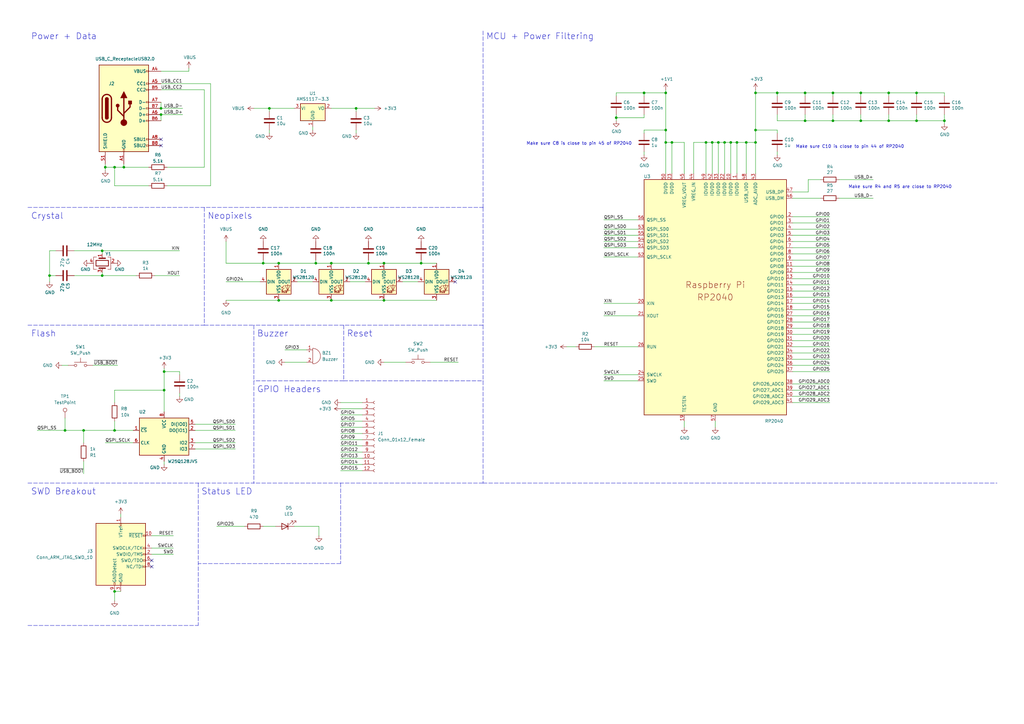
<source format=kicad_sch>
(kicad_sch (version 20211123) (generator eeschema)
  (paper "A3")
  (title_block (title "PCB Business Card") (date "2022-04-05") (rev "v4") (company "TJ Horner") (comment 1 "https://datasheets.raspberrypi.com/rp2040/hardware-design-with-rp2040.pdf") (comment 2 "Largely based off \"Hardware Design with RP2040\"") (comment 3 "License: CC-BY-SA 4.0"))
  (junction (at 299.72 58.42))
  (junction (at 157.48 107.95))
  (junction (at 46.99 176.53))
  (junction (at 66.04 46.99))
  (junction (at 353.06 38.1))
  (junction (at 157.48 123.19))
  (junction (at 364.49 49.53))
  (junction (at 114.3 107.95))
  (junction (at 110.49 44.45))
  (junction (at 273.05 53.34))
  (junction (at 387.35 49.53))
  (junction (at 135.89 123.19))
  (junction (at 375.92 38.1))
  (junction (at 275.59 58.42))
  (junction (at 67.31 152.4))
  (junction (at 289.56 58.42))
  (junction (at 46.99 68.58))
  (junction (at 107.95 107.95))
  (junction (at 50.8 68.58))
  (junction (at 330.2 38.1))
  (junction (at 66.04 44.45))
  (junction (at 375.92 49.53))
  (junction (at 353.06 49.53))
  (junction (at 273.05 38.1))
  (junction (at 297.18 58.42))
  (junction (at 318.77 38.1))
  (junction (at 135.89 107.95))
  (junction (at 294.64 58.42))
  (junction (at 151.13 107.95))
  (junction (at 309.88 58.42))
  (junction (at 46.99 242.57))
  (junction (at 364.49 38.1))
  (junction (at 114.3 123.19))
  (junction (at 34.29 176.53))
  (junction (at 146.05 44.45))
  (junction (at 309.88 53.34))
  (junction (at 252.73 48.26))
  (junction (at 330.2 49.53))
  (junction (at 306.07 58.42))
  (junction (at 67.31 160.02))
  (junction (at 41.91 102.87))
  (junction (at 292.1 58.42))
  (junction (at 26.67 176.53))
  (junction (at 264.16 38.1))
  (junction (at 20.32 113.03))
  (junction (at 43.18 68.58))
  (junction (at 302.26 58.42))
  (junction (at 309.88 38.1))
  (junction (at 341.63 49.53))
  (junction (at 273.05 58.42))
  (junction (at 129.54 107.95))
  (junction (at 172.72 107.95))
  (junction (at 341.63 38.1))
  (junction (at 41.91 113.03))
  (no_connect (at 62.23 229.87))
  (no_connect (at 62.23 232.41))
  (no_connect (at 186.69 115.57))
  (no_connect (at 66.04 57.15))
  (no_connect (at 66.04 59.69))
  (wire (pts (xy 273.05 36.83) (xy 273.05 38.1)))
  (wire (pts (xy 41.91 111.76) (xy 41.91 113.03)))
  (wire (pts (xy 66.04 29.21) (xy 77.47 29.21)))
  (wire (pts (xy 25.4 149.86) (xy 27.94 149.86)))
  (wire (pts (xy 49.53 210.82) (xy 49.53 212.09)))
  (wire (pts (xy 387.35 49.53) (xy 387.35 50.8)))
  (wire (pts (xy 67.31 189.23) (xy 67.31 190.5)))
  (wire (pts (xy 139.7 193.04) (xy 148.59 193.04)))
  (wire (pts (xy 264.16 38.1) (xy 273.05 38.1)))
  (wire (pts (xy 66.04 34.29) (xy 86.36 34.29)))
  (wire (pts (xy 273.05 58.42) (xy 273.05 71.12)))
  (polyline (pts (xy 104.14 133.35) (xy 104.14 198.12)))
  (wire (pts (xy 284.48 58.42) (xy 289.56 58.42)))
  (wire (pts (xy 46.99 172.72) (xy 46.99 176.53)))
  (wire (pts (xy 77.47 27.94) (xy 77.47 29.21)))
  (wire (pts (xy 289.56 58.42) (xy 292.1 58.42)))
  (wire (pts (xy 46.99 242.57) (xy 49.53 242.57)))
  (wire (pts (xy 26.67 176.53) (xy 34.29 176.53)))
  (wire (pts (xy 325.12 129.54) (xy 340.36 129.54)))
  (wire (pts (xy 325.12 78.74) (xy 331.47 78.74)))
  (wire (pts (xy 353.06 49.53) (xy 341.63 49.53)))
  (wire (pts (xy 62.23 219.71) (xy 71.12 219.71)))
  (wire (pts (xy 157.48 148.59) (xy 166.37 148.59)))
  (wire (pts (xy 43.18 67.31) (xy 43.18 68.58)))
  (wire (pts (xy 66.04 46.99) (xy 74.93 46.99)))
  (wire (pts (xy 302.26 58.42) (xy 306.07 58.42)))
  (wire (pts (xy 34.29 176.53) (xy 46.99 176.53)))
  (wire (pts (xy 325.12 134.62) (xy 340.36 134.62)))
  (wire (pts (xy 73.66 152.4) (xy 67.31 152.4)))
  (wire (pts (xy 139.7 182.88) (xy 148.59 182.88)))
  (polyline (pts (xy 140.97 133.35) (xy 140.97 156.21)))
  (wire (pts (xy 247.65 99.06) (xy 261.62 99.06)))
  (wire (pts (xy 20.32 102.87) (xy 20.32 113.03)))
  (wire (pts (xy 325.12 127) (xy 340.36 127)))
  (polyline (pts (xy 83.82 133.35) (xy 104.14 133.35)))
  (wire (pts (xy 325.12 147.32) (xy 340.36 147.32)))
  (wire (pts (xy 247.65 101.6) (xy 261.62 101.6)))
  (wire (pts (xy 325.12 101.6) (xy 340.36 101.6)))
  (wire (pts (xy 62.23 224.79) (xy 71.12 224.79)))
  (wire (pts (xy 92.71 115.57) (xy 106.68 115.57)))
  (wire (pts (xy 261.62 129.54) (xy 247.65 129.54)))
  (polyline (pts (xy 198.12 156.21) (xy 198.12 156.21)))
  (wire (pts (xy 294.64 58.42) (xy 297.18 58.42)))
  (wire (pts (xy 128.27 52.07) (xy 128.27 53.34)))
  (polyline (pts (xy 198.12 12.7) (xy 198.12 85.09)))
  (polyline (pts (xy 81.28 198.12) (xy 81.28 256.54)))
  (wire (pts (xy 275.59 58.42) (xy 273.05 58.42)))
  (wire (pts (xy 146.05 44.45) (xy 153.67 44.45)))
  (wire (pts (xy 83.82 68.58) (xy 68.58 68.58)))
  (wire (pts (xy 280.67 172.72) (xy 280.67 175.26)))
  (wire (pts (xy 375.92 49.53) (xy 387.35 49.53)))
  (wire (pts (xy 157.48 107.95) (xy 172.72 107.95)))
  (polyline (pts (xy 104.14 198.12) (xy 104.14 198.12)))
  (wire (pts (xy 353.06 38.1) (xy 364.49 38.1)))
  (wire (pts (xy 325.12 144.78) (xy 340.36 144.78)))
  (wire (pts (xy 151.13 107.95) (xy 157.48 107.95)))
  (wire (pts (xy 73.66 153.67) (xy 73.66 152.4)))
  (wire (pts (xy 325.12 139.7) (xy 340.36 139.7)))
  (wire (pts (xy 20.32 113.03) (xy 20.32 115.57)))
  (polyline (pts (xy 11.43 133.35) (xy 83.82 133.35)))
  (wire (pts (xy 325.12 111.76) (xy 340.36 111.76)))
  (wire (pts (xy 83.82 36.83) (xy 83.82 68.58)))
  (polyline (pts (xy 11.43 256.54) (xy 81.28 256.54)))
  (wire (pts (xy 104.14 44.45) (xy 110.49 44.45)))
  (wire (pts (xy 325.12 149.86) (xy 340.36 149.86)))
  (wire (pts (xy 375.92 39.37) (xy 375.92 38.1)))
  (wire (pts (xy 325.12 88.9) (xy 340.36 88.9)))
  (wire (pts (xy 66.04 41.91) (xy 66.04 44.45)))
  (wire (pts (xy 280.67 58.42) (xy 275.59 58.42)))
  (wire (pts (xy 41.91 104.14) (xy 41.91 102.87)))
  (wire (pts (xy 330.2 49.53) (xy 318.77 49.53)))
  (wire (pts (xy 92.71 99.06) (xy 92.71 107.95)))
  (wire (pts (xy 294.64 71.12) (xy 294.64 58.42)))
  (wire (pts (xy 325.12 93.98) (xy 340.36 93.98)))
  (wire (pts (xy 325.12 116.84) (xy 340.36 116.84)))
  (wire (pts (xy 129.54 107.95) (xy 135.89 107.95)))
  (polyline (pts (xy 198.12 156.21) (xy 198.12 198.12)))
  (wire (pts (xy 151.13 106.68) (xy 151.13 107.95)))
  (wire (pts (xy 325.12 119.38) (xy 340.36 119.38)))
  (wire (pts (xy 41.91 113.03) (xy 55.88 113.03)))
  (wire (pts (xy 325.12 121.92) (xy 340.36 121.92)))
  (wire (pts (xy 299.72 71.12) (xy 299.72 58.42)))
  (wire (pts (xy 261.62 153.67) (xy 247.65 153.67)))
  (wire (pts (xy 306.07 58.42) (xy 309.88 58.42)))
  (wire (pts (xy 292.1 58.42) (xy 294.64 58.42)))
  (wire (pts (xy 318.77 46.99) (xy 318.77 49.53)))
  (wire (pts (xy 120.65 215.9) (xy 130.81 215.9)))
  (wire (pts (xy 309.88 53.34) (xy 318.77 53.34)))
  (wire (pts (xy 121.92 115.57) (xy 128.27 115.57)))
  (wire (pts (xy 88.9 215.9) (xy 100.33 215.9)))
  (wire (pts (xy 325.12 165.1) (xy 340.36 165.1)))
  (wire (pts (xy 309.88 58.42) (xy 309.88 71.12)))
  (wire (pts (xy 297.18 71.12) (xy 297.18 58.42)))
  (wire (pts (xy 146.05 53.34) (xy 146.05 54.61)))
  (wire (pts (xy 172.72 106.68) (xy 172.72 107.95)))
  (wire (pts (xy 353.06 46.99) (xy 353.06 49.53)))
  (wire (pts (xy 165.1 115.57) (xy 171.45 115.57)))
  (wire (pts (xy 41.91 102.87) (xy 73.66 102.87)))
  (wire (pts (xy 273.05 53.34) (xy 273.05 58.42)))
  (wire (pts (xy 318.77 54.61) (xy 318.77 53.34)))
  (wire (pts (xy 114.3 123.19) (xy 135.89 123.19)))
  (wire (pts (xy 318.77 39.37) (xy 318.77 38.1)))
  (wire (pts (xy 30.48 113.03) (xy 41.91 113.03)))
  (wire (pts (xy 120.65 44.45) (xy 110.49 44.45)))
  (wire (pts (xy 309.88 53.34) (xy 309.88 58.42)))
  (wire (pts (xy 116.84 143.51) (xy 125.73 143.51)))
  (wire (pts (xy 309.88 36.83) (xy 309.88 38.1)))
  (wire (pts (xy 135.89 123.19) (xy 157.48 123.19)))
  (polyline (pts (xy 83.82 85.09) (xy 83.82 133.35)))
  (wire (pts (xy 247.65 124.46) (xy 261.62 124.46)))
  (wire (pts (xy 107.95 215.9) (xy 113.03 215.9)))
  (wire (pts (xy 107.95 106.68) (xy 107.95 107.95)))
  (wire (pts (xy 114.3 107.95) (xy 129.54 107.95)))
  (wire (pts (xy 331.47 73.66) (xy 331.47 78.74)))
  (wire (pts (xy 292.1 71.12) (xy 292.1 58.42)))
  (wire (pts (xy 325.12 106.68) (xy 340.36 106.68)))
  (wire (pts (xy 110.49 53.34) (xy 110.49 54.61)))
  (wire (pts (xy 43.18 181.61) (xy 54.61 181.61)))
  (wire (pts (xy 50.8 68.58) (xy 60.96 68.58)))
  (wire (pts (xy 297.18 58.42) (xy 299.72 58.42)))
  (wire (pts (xy 80.01 181.61) (xy 96.52 181.61)))
  (wire (pts (xy 325.12 124.46) (xy 340.36 124.46)))
  (wire (pts (xy 139.7 175.26) (xy 148.59 175.26)))
  (wire (pts (xy 344.17 73.66) (xy 358.14 73.66)))
  (wire (pts (xy 22.86 102.87) (xy 20.32 102.87)))
  (wire (pts (xy 325.12 96.52) (xy 340.36 96.52)))
  (wire (pts (xy 46.99 160.02) (xy 67.31 160.02)))
  (wire (pts (xy 80.01 176.53) (xy 96.52 176.53)))
  (wire (pts (xy 30.48 102.87) (xy 41.91 102.87)))
  (polyline (pts (xy 198.12 198.12) (xy 104.14 198.12)))
  (wire (pts (xy 264.16 62.23) (xy 264.16 63.5)))
  (wire (pts (xy 92.71 123.19) (xy 114.3 123.19)))
  (wire (pts (xy 46.99 176.53) (xy 54.61 176.53)))
  (wire (pts (xy 325.12 99.06) (xy 340.36 99.06)))
  (wire (pts (xy 325.12 157.48) (xy 340.36 157.48)))
  (wire (pts (xy 302.26 58.42) (xy 302.26 71.12)))
  (wire (pts (xy 66.04 36.83) (xy 83.82 36.83)))
  (wire (pts (xy 232.41 142.24) (xy 236.22 142.24)))
  (wire (pts (xy 22.86 113.03) (xy 20.32 113.03)))
  (wire (pts (xy 364.49 49.53) (xy 353.06 49.53)))
  (wire (pts (xy 325.12 91.44) (xy 340.36 91.44)))
  (wire (pts (xy 247.65 96.52) (xy 261.62 96.52)))
  (polyline (pts (xy 139.7 231.14) (xy 81.28 231.14)))
  (wire (pts (xy 309.88 38.1) (xy 309.88 53.34)))
  (wire (pts (xy 172.72 107.95) (xy 179.07 107.95)))
  (polyline (pts (xy 198.12 85.09) (xy 198.12 85.09)))
  (wire (pts (xy 264.16 39.37) (xy 264.16 38.1)))
  (wire (pts (xy 261.62 105.41) (xy 247.65 105.41)))
  (wire (pts (xy 330.2 39.37) (xy 330.2 38.1)))
  (wire (pts (xy 157.48 123.19) (xy 179.07 123.19)))
  (wire (pts (xy 66.04 44.45) (xy 74.93 44.45)))
  (wire (pts (xy 15.24 176.53) (xy 26.67 176.53)))
  (wire (pts (xy 107.95 107.95) (xy 114.3 107.95)))
  (wire (pts (xy 139.7 172.72) (xy 148.59 172.72)))
  (wire (pts (xy 176.53 148.59) (xy 187.96 148.59)))
  (wire (pts (xy 139.7 170.18) (xy 148.59 170.18)))
  (wire (pts (xy 284.48 71.12) (xy 284.48 58.42)))
  (wire (pts (xy 275.59 71.12) (xy 275.59 58.42)))
  (polyline (pts (xy 198.12 85.09) (xy 198.12 133.35)))
  (wire (pts (xy 143.51 115.57) (xy 149.86 115.57)))
  (wire (pts (xy 280.67 71.12) (xy 280.67 58.42)))
  (polyline (pts (xy 140.97 156.21) (xy 104.14 156.21)))
  (wire (pts (xy 34.29 194.31) (xy 34.29 189.23)))
  (polyline (pts (xy 140.97 156.21) (xy 198.12 156.21)))
  (wire (pts (xy 325.12 137.16) (xy 340.36 137.16)))
  (wire (pts (xy 110.49 45.72) (xy 110.49 44.45)))
  (wire (pts (xy 139.7 165.1) (xy 148.59 165.1)))
  (wire (pts (xy 261.62 156.21) (xy 247.65 156.21)))
  (wire (pts (xy 330.2 38.1) (xy 341.63 38.1)))
  (wire (pts (xy 92.71 107.95) (xy 107.95 107.95)))
  (wire (pts (xy 318.77 62.23) (xy 318.77 63.5)))
  (wire (pts (xy 341.63 46.99) (xy 341.63 49.53)))
  (wire (pts (xy 243.84 142.24) (xy 261.62 142.24)))
  (wire (pts (xy 139.7 190.5) (xy 148.59 190.5)))
  (wire (pts (xy 129.54 106.68) (xy 129.54 107.95)))
  (wire (pts (xy 252.73 39.37) (xy 252.73 38.1)))
  (wire (pts (xy 264.16 48.26) (xy 264.16 46.99)))
  (wire (pts (xy 80.01 184.15) (xy 96.52 184.15)))
  (wire (pts (xy 252.73 48.26) (xy 252.73 49.53)))
  (wire (pts (xy 139.7 167.64) (xy 148.59 167.64)))
  (wire (pts (xy 353.06 39.37) (xy 353.06 38.1)))
  (wire (pts (xy 341.63 38.1) (xy 353.06 38.1)))
  (wire (pts (xy 318.77 38.1) (xy 330.2 38.1)))
  (wire (pts (xy 46.99 165.1) (xy 46.99 160.02)))
  (wire (pts (xy 364.49 46.99) (xy 364.49 49.53)))
  (polyline (pts (xy 198.12 133.35) (xy 104.14 133.35)))
  (wire (pts (xy 387.35 46.99) (xy 387.35 49.53)))
  (wire (pts (xy 293.37 172.72) (xy 293.37 175.26)))
  (wire (pts (xy 364.49 39.37) (xy 364.49 38.1)))
  (wire (pts (xy 135.89 44.45) (xy 146.05 44.45)))
  (wire (pts (xy 139.7 187.96) (xy 148.59 187.96)))
  (wire (pts (xy 66.04 46.99) (xy 66.04 49.53)))
  (wire (pts (xy 375.92 38.1) (xy 387.35 38.1)))
  (wire (pts (xy 46.99 76.2) (xy 46.99 68.58)))
  (wire (pts (xy 252.73 46.99) (xy 252.73 48.26)))
  (wire (pts (xy 135.89 107.95) (xy 151.13 107.95)))
  (wire (pts (xy 252.73 48.26) (xy 264.16 48.26)))
  (wire (pts (xy 139.7 177.8) (xy 148.59 177.8)))
  (wire (pts (xy 86.36 76.2) (xy 68.58 76.2)))
  (wire (pts (xy 309.88 38.1) (xy 318.77 38.1)))
  (wire (pts (xy 325.12 114.3) (xy 340.36 114.3)))
  (wire (pts (xy 139.7 185.42) (xy 148.59 185.42)))
  (wire (pts (xy 387.35 39.37) (xy 387.35 38.1)))
  (wire (pts (xy 116.84 148.59) (xy 125.73 148.59)))
  (wire (pts (xy 252.73 38.1) (xy 264.16 38.1)))
  (wire (pts (xy 299.72 58.42) (xy 302.26 58.42)))
  (wire (pts (xy 341.63 49.53) (xy 330.2 49.53)))
  (polyline (pts (xy 198.12 198.12) (xy 408.94 198.12)))
  (wire (pts (xy 364.49 38.1) (xy 375.92 38.1)))
  (polyline (pts (xy 11.43 198.12) (xy 104.14 198.12)))
  (wire (pts (xy 325.12 132.08) (xy 340.36 132.08)))
  (polyline (pts (xy 198.12 133.35) (xy 198.12 156.21)))
  (wire (pts (xy 264.16 54.61) (xy 264.16 53.34)))
  (wire (pts (xy 38.1 149.86) (xy 48.26 149.86)))
  (wire (pts (xy 325.12 160.02) (xy 340.36 160.02)))
  (wire (pts (xy 331.47 73.66) (xy 336.55 73.66)))
  (wire (pts (xy 67.31 160.02) (xy 67.31 168.91)))
  (wire (pts (xy 60.96 76.2) (xy 46.99 76.2)))
  (wire (pts (xy 247.65 93.98) (xy 261.62 93.98)))
  (wire (pts (xy 375.92 46.99) (xy 375.92 49.53)))
  (wire (pts (xy 130.81 215.9) (xy 130.81 219.71)))
  (wire (pts (xy 46.99 242.57) (xy 46.99 246.38)))
  (wire (pts (xy 264.16 53.34) (xy 273.05 53.34)))
  (wire (pts (xy 325.12 109.22) (xy 340.36 109.22)))
  (wire (pts (xy 43.18 68.58) (xy 43.18 69.85)))
  (wire (pts (xy 46.99 68.58) (xy 43.18 68.58)))
  (wire (pts (xy 325.12 162.56) (xy 340.36 162.56)))
  (wire (pts (xy 73.66 161.29) (xy 73.66 162.56)))
  (polyline (pts (xy 139.7 198.12) (xy 139.7 231.14)))
  (wire (pts (xy 67.31 151.13) (xy 67.31 152.4)))
  (wire (pts (xy 344.17 81.28) (xy 358.14 81.28)))
  (wire (pts (xy 63.5 113.03) (xy 73.66 113.03)))
  (wire (pts (xy 86.36 34.29) (xy 86.36 76.2)))
  (wire (pts (xy 341.63 39.37) (xy 341.63 38.1)))
  (wire (pts (xy 50.8 67.31) (xy 50.8 68.58)))
  (wire (pts (xy 289.56 71.12) (xy 289.56 58.42)))
  (wire (pts (xy 80.01 173.99) (xy 96.52 173.99)))
  (wire (pts (xy 50.8 68.58) (xy 46.99 68.58)))
  (wire (pts (xy 261.62 90.17) (xy 247.65 90.17)))
  (wire (pts (xy 325.12 142.24) (xy 340.36 142.24)))
  (wire (pts (xy 26.67 171.45) (xy 26.67 176.53)))
  (wire (pts (xy 146.05 45.72) (xy 146.05 44.45)))
  (wire (pts (xy 67.31 152.4) (xy 67.31 160.02)))
  (polyline (pts (xy 11.43 85.09) (xy 198.12 85.09)))
  (wire (pts (xy 325.12 81.28) (xy 336.55 81.28)))
  (wire (pts (xy 34.29 181.61) (xy 34.29 176.53)))
  (wire (pts (xy 330.2 46.99) (xy 330.2 49.53)))
  (wire (pts (xy 139.7 180.34) (xy 148.59 180.34)))
  (wire (pts (xy 273.05 38.1) (xy 273.05 53.34)))
  (wire (pts (xy 306.07 71.12) (xy 306.07 58.42)))
  (wire (pts (xy 62.23 227.33) (xy 71.12 227.33)))
  (wire (pts (xy 325.12 104.14) (xy 340.36 104.14)))
  (wire (pts (xy 375.92 49.53) (xy 364.49 49.53)))
  (wire (pts (xy 325.12 152.4) (xy 340.36 152.4)))
  (text "Status LED" (at 82.55 203.2 0) (effects (font (size 2.54 2.54)) (justify left bottom)))
  (text "Make sure C8 is close to pin 45 of RP2040" (at 215.9 59.69 0) (effects (font (size 1.27 1.27)) (justify left bottom)))
  (text "Neopixels" (at 85.09 90.17 0) (effects (font (size 2.54 2.54)) (justify left bottom)))
  (text "MCU + Power Filtering" (at 199.39 16.51 0) (effects (font (size 2.54 2.54)) (justify left bottom)))
  (text "Power + Data" (at 12.7 16.51 0) (effects (font (size 2.54 2.54)) (justify left bottom)))
  (text "Reset" (at 142.24 138.43 0) (effects (font (size 2.54 2.54)) (justify left bottom)))
  (text "SWD Breakout" (at 12.7 203.2 0) (effects (font (size 2.54 2.54)) (justify left bottom)))
  (text "Buzzer" (at 105.41 138.43 0) (effects (font (size 2.54 2.54)) (justify left bottom)))
  (text "Make sure C10 is close to pin 44 of RP2040" (at 326.39 60.96 0) (effects (font (size 1.27 1.27)) (justify left bottom)))
  (text "GPIO Headers" (at 105.41 161.29 0) (effects (font (size 2.54 2.54)) (justify left bottom)))
  (text "Crystal" (at 12.7 90.17 0) (effects (font (size 2.54 2.54)) (justify left bottom)))
  (text "Make sure R4 and R5 are close to RP2040" (at 347.98 77.47 0) (effects (font (size 1.27 1.27)) (justify left bottom)))
  (text "Flash" (at 12.7 138.43 0) (effects (font (size 2.54 2.54)) (justify left bottom)))
  (label "GPIO10" (at 340.36 114.3 180))
  (label "SWCLK" (at 71.12 224.79 180))
  (label "GPIO5" (at 340.36 101.6 180))
  (label "GPIO14" (at 139.7 190.5 0))
  (label "GPIO21" (at 340.36 142.24 180))
  (label "SWD" (at 247.65 156.21 0))
  (label "XIN" (at 247.65 124.46 0))
  (label "GPIO13" (at 139.7 187.96 0))
  (label "GPIO11" (at 340.36 116.84 180))
  (label "GPIO0" (at 340.36 88.9 180))
  (label "GPIO19" (at 340.36 137.16 180))
  (label "QSPI_SCLK" (at 43.18 181.61 0))
  (label "GPIO16" (at 340.36 129.54 180))
  (label "GPIO15" (at 139.7 193.04 0))
  (label "GPIO29_ADC3" (at 340.36 165.1 180))
  (label "GPIO18" (at 340.36 134.62 180))
  (label "GPIO12" (at 139.7 185.42 0))
  (label "GPIO4" (at 340.36 99.06 180))
  (label "GPIO3" (at 340.36 96.52 180))
  (label "QSPI_SD0" (at 247.65 93.98 0))
  (label "QSPI_SS" (at 15.24 176.53 0))
  (label "GPIO9" (at 340.36 111.76 180))
  (label "GPIO8" (at 340.36 109.22 180))
  (label "GPIO24" (at 92.71 115.57 0))
  (label "XOUT" (at 73.66 113.03 180))
  (label "USB_D-" (at 358.14 81.28 180))
  (label "GPIO13" (at 340.36 121.92 180))
  (label "GPIO17" (at 340.36 132.08 180))
  (label "RESET" (at 187.96 148.59 180))
  (label "QSPI_SD2" (at 247.65 99.06 0))
  (label "USB_D+" (at 74.93 46.99 180))
  (label "GPIO27_ADC1" (at 340.36 160.02 180))
  (label "GPIO20" (at 340.36 139.7 180))
  (label "GPIO23" (at 340.36 147.32 180))
  (label "GPIO28_ADC2" (at 340.36 162.56 180))
  (label "QSPI_SD1" (at 96.52 176.53 180))
  (label "QSPI_SD3" (at 247.65 101.6 0))
  (label "RESET" (at 71.12 219.71 180))
  (label "GPIO6" (at 340.36 104.14 180))
  (label "GPIO5" (at 139.7 172.72 0))
  (label "GPIO25" (at 88.9 215.9 0))
  (label "QSPI_SD0" (at 96.52 173.99 180))
  (label "XOUT" (at 247.65 129.54 0))
  (label "SWD" (at 71.12 227.33 180))
  (label "USB_CC1" (at 66.04 34.29 0))
  (label "~{USB_BOOT}" (at 34.29 194.31 180))
  (label "GPIO15" (at 340.36 127 180))
  (label "GPIO14" (at 340.36 124.46 180))
  (label "QSPI_SD1" (at 247.65 96.52 0))
  (label "QSPI_SD2" (at 96.52 181.61 180))
  (label "RESET" (at 247.65 142.24 0))
  (label "QSPI_SS" (at 247.65 90.17 0))
  (label "GPIO9" (at 139.7 180.34 0))
  (label "GPIO24" (at 340.36 149.86 180))
  (label "SWCLK" (at 247.65 153.67 0))
  (label "USB_CC2" (at 66.04 36.83 0))
  (label "USB_D-" (at 74.93 44.45 180))
  (label "GPIO1" (at 340.36 91.44 180))
  (label "USB_D+" (at 358.14 73.66 180))
  (label "XIN" (at 73.66 102.87 180))
  (label "~{USB_BOOT}" (at 48.26 149.86 180))
  (label "GPIO7" (at 139.7 175.26 0))
  (label "GPIO7" (at 340.36 106.68 180))
  (label "GPIO4" (at 139.7 170.18 0))
  (label "GPIO3" (at 116.84 143.51 0))
  (label "GPIO26_ADC0" (at 340.36 157.48 180))
  (label "GPIO11" (at 139.7 182.88 0))
  (label "GPIO12" (at 340.36 119.38 180))
  (label "GPIO2" (at 340.36 93.98 180))
  (label "QSPI_SCLK" (at 247.65 105.41 0))
  (label "GPIO22" (at 340.36 144.78 180))
  (label "GPIO8" (at 139.7 177.8 0))
  (label "QSPI_SD3" (at 96.52 184.15 180))
  (label "GPIO25" (at 340.36 152.4 180))
  (symbol (lib_id "Device:C") (at 264.16 58.42 0) (unit 1)
    (property "Reference" "C8" (at 267.081 57.2516 0) (effects (justify left)))
    (property "Value" "1u" (at 267.081 59.563 0) (effects (justify left)))
    (property "Footprint" "Capacitor_SMD:C_0402_1005Metric" (effects hide))
    (property "LCSC" "C52923" (effects hide))
    (property "DigiKey" "https://www.digikey.com/en/products/detail/samsung-electro-mechanics/CL05A105KQ5NNNC/3886668" (effects hide))
    (property "Checked" "Y" (effects hide))
  )
  (symbol (lib_id "Switch:SW_Push") (at 33.02 149.86 0) (unit 1)
    (property "Reference" "SW1" (at 33.02 142.24 0))
    (property "Value" "SW_Push" (at 33.02 144.78 0))
    (property "Footprint" "Button_Switch_SMD:SW_SPST_TL3342" (effects hide))
    (property "LCSC" "C318884" (effects hide))
    (property "STANDARD" "Manufacturer Recommendations" (effects hide))
    (property "MAXIMUM_PACKAGE_HEIGHT" "1.5mm" (effects hide))
    (property "PARTREV" "A0" (effects hide))
    (property "MANUFACTURER" "XKB Industrial Precision" (effects hide))
    (property "Checked" "Y" (effects hide))
  )
  (symbol (lib_id "power:GND") (at 116.84 148.59 270) (unit 1)
    (property "Reference" "#PWR0103" (effects hide))
    (property "Value" "GND" (at 113.03 148.5899 90) (effects (justify right)))
  )
  (symbol (lib_id "power:GND") (at 110.49 54.61 0) (unit 1)
    (property "Reference" "#PWR04" (effects hide))
    (property "Value" "GND" (at 106.68 55.88 0))
  )
  (symbol (lib_id "power:GND") (at 20.32 115.57 0) (unit 1)
    (property "Reference" "#PWR011" (effects hide))
    (property "Value" "GND" (at 20.447 119.9642 0))
  )
  (symbol (lib_id "Device:C") (at 73.66 157.48 0) (unit 1)
    (property "Reference" "C2" (at 76.581 156.3116 0) (effects (justify left)))
    (property "Value" "100n" (at 76.581 158.623 0) (effects (justify left)))
    (property "Footprint" "Capacitor_SMD:C_0402_1005Metric" (effects hide))
    (property "LCSC" "C1525" (effects hide))
    (property "DigiKey" "https://www.digikey.com/en/products/detail/samsung-electro-mechanics/CL05B104KP5NNNC/3886660" (effects hide))
    (property "Checked" "Y" (effects hide))
  )
  (symbol (lib_id "Device:R") (at 64.77 76.2 90) (unit 1)
    (property "Reference" "R7" (at 64.77 71.12 90))
    (property "Value" "5.1k" (at 64.77 73.66 90))
    (property "Footprint" "Resistor_SMD:R_0402_1005Metric" (effects hide))
    (property "LCSC" "C25905" (effects hide))
    (property "Checked" "Y" (effects hide))
  )
  (symbol (lib_id "Device:LED") (at 116.84 215.9 180) (unit 1)
    (property "Reference" "D5" (at 118.4275 208.28 0))
    (property "Value" "LED" (at 118.4275 210.82 0))
    (property "Footprint" "LED_SMD:LED_0603_1608Metric" (effects hide))
    (property "LCSC" "C72043" (effects hide))
    (property "Checked" "Y" (effects hide))
  )
  (symbol (lib_id "MCU_RaspberryPi_RP2040:RP2040") (at 293.37 121.92 0) (unit 1)
    (property "Reference" "U3" (at 265.43 72.39 0))
    (property "Value" "RP2040" (at 317.5 172.72 0))
    (property "Footprint" "custom:RP2040-QFN-56" (effects hide))
    (property "LCSC" "C2040" (effects hide))
    (property "Checked" "Y" (effects hide))
  )
  (symbol (lib_id "Device:C") (at 375.92 43.18 0) (unit 1)
    (property "Reference" "C15" (at 378.841 42.0116 0) (effects (justify left)))
    (property "Value" "100n" (at 378.841 44.323 0) (effects (justify left)))
    (property "Footprint" "Capacitor_SMD:C_0402_1005Metric" (effects hide))
    (property "LCSC" "C1525" (effects hide))
    (property "DigiKey" "https://www.digikey.com/en/products/detail/samsung-electro-mechanics/CL05B104KP5NNNC/3886660" (effects hide))
    (property "Checked" "Y" (effects hide))
  )
  (symbol (lib_id "Device:R") (at 104.14 215.9 270) (mirror x) (unit 1)
    (property "Reference" "R9" (at 104.14 209.55 90))
    (property "Value" "470" (at 104.14 212.09 90))
    (property "Footprint" "Resistor_SMD:R_0402_1005Metric" (effects hide))
    (property "LCSC" "C25117" (effects hide))
    (property "Checked" "Y" (effects hide))
  )
  (symbol (lib_id "Device:C") (at 146.05 49.53 0) (unit 1)
    (property "Reference" "C3" (at 148.971 48.3616 0) (effects (justify left)))
    (property "Value" "10u" (at 148.971 50.673 0) (effects (justify left)))
    (property "Footprint" "Capacitor_SMD:C_0402_1005Metric" (effects hide))
    (property "LCSC" "C15525" (effects hide))
    (property "DigiKey" "https://www.digikey.com/en/products/detail/murata-electronics/GRM21BR61C106KE15L/965900" (effects hide))
    (property "Checked" "Y" (effects hide))
  )
  (symbol (lib_id "Device:C") (at 172.72 102.87 0) (unit 1)
    (property "Reference" "C20" (at 175.641 101.7016 0) (effects (justify left)))
    (property "Value" "100n" (at 175.641 104.013 0) (effects (justify left)))
    (property "Footprint" "Capacitor_SMD:C_0402_1005Metric" (effects hide))
    (property "LCSC" "C1525" (effects hide))
    (property "DigiKey" "https://www.digikey.com/en/products/detail/samsung-electro-mechanics/CL05B104KP5NNNC/3886660" (effects hide))
    (property "Checked" "Y" (effects hide))
  )
  (symbol (lib_id "power:GND") (at 252.73 49.53 0) (unit 1)
    (property "Reference" "#PWR012" (effects hide))
    (property "Value" "GND" (at 252.857 53.9242 0))
  )
  (symbol (lib_id "power:GND") (at 139.7 165.1 270) (unit 1)
    (property "Reference" "#PWR021" (effects hide))
    (property "Value" "GND" (at 135.89 165.0999 90) (effects (justify right)))
  )
  (symbol (lib_id "power:GND") (at 73.66 162.56 0) (unit 1)
    (property "Reference" "#PWR08" (effects hide))
    (property "Value" "GND" (at 77.47 163.83 0))
  )
  (symbol (lib_id "Device:C") (at 264.16 43.18 0) (unit 1)
    (property "Reference" "C7" (at 267.081 42.0116 0) (effects (justify left)))
    (property "Value" "100n" (at 267.081 44.323 0) (effects (justify left)))
    (property "Footprint" "Capacitor_SMD:C_0402_1005Metric" (effects hide))
    (property "LCSC" "C1525" (effects hide))
    (property "DigiKey" "https://www.digikey.com/en/products/detail/samsung-electro-mechanics/CL05B104KP5NNNC/3886660" (effects hide))
    (property "Checked" "Y" (effects hide))
  )
  (symbol (lib_id "Device:R") (at 240.03 142.24 270) (unit 1)
    (property "Reference" "R2" (at 240.03 136.9822 90))
    (property "Value" "10k" (at 240.03 139.2936 90))
    (property "Footprint" "Resistor_SMD:R_0402_1005Metric" (effects hide))
    (property "LCSC" "C25744" (effects hide))
    (property "DigiKey" "https://www.digikey.com/en/products/detail/stackpole-electronics-inc/RMCF0402FT1K00/1761754" (effects hide))
    (property "Checked" "Y" (effects hide))
  )
  (symbol (lib_id "power:+3V3") (at 49.53 210.82 0) (unit 1)
    (property "Reference" "#PWR0109" (effects hide))
    (property "Value" "+3V3" (at 49.53 205.74 0))
  )
  (symbol (lib_id "Device:R") (at 34.29 185.42 0) (mirror x) (unit 1)
    (property "Reference" "R1" (at 36.83 186.6901 0) (effects (justify left)))
    (property "Value" "1k" (at 36.83 184.1501 0) (effects (justify left)))
    (property "Footprint" "Resistor_SMD:R_0402_1005Metric" (effects hide))
    (property "DigiKey" "https://www.digikey.com/en/products/detail/stackpole-electronics-inc/RMCF0402FT1K00/1761754" (effects hide))
    (property "LCSC" "C11702" (effects hide))
    (property "Checked" "Y" (effects hide))
  )
  (symbol (lib_id "Device:R") (at 64.77 68.58 90) (unit 1)
    (property "Reference" "R6" (at 64.77 63.5 90))
    (property "Value" "5.1k" (at 64.77 66.04 90))
    (property "Footprint" "Resistor_SMD:R_0402_1005Metric" (effects hide))
    (property "LCSC" "C25905" (effects hide))
    (property "Checked" "Y" (effects hide))
  )
  (symbol (lib_id "Memory_Flash:W25Q128JVS") (at 67.31 179.07 0) (unit 1)
    (property "Reference" "U2" (at 58.42 168.91 0))
    (property "Value" "W25Q128JVS" (at 74.93 189.23 0))
    (property "Footprint" "Package_SO:SOIC-8_5.23x5.23mm_P1.27mm" (effects hide))
    (property "Datasheet" "http://www.winbond.com/resource-files/w25q128jv_dtr%20revc%2003272018%20plus.pdf" (effects hide))
    (property "LCSC" "C97521" (effects hide))
    (property "Checked" "Y" (effects hide))
  )
  (symbol (lib_id "Connector:Conn_01x12_Female") (at 153.67 177.8 0) (unit 1)
    (property "Reference" "J1" (at 154.94 177.7999 0) (effects (justify left)))
    (property "Value" "Conn_01x12_Female" (at 154.94 180.3399 0) (effects (justify left)))
    (property "Footprint" "Connector_PinSocket_2.54mm:PinSocket_2x06_P2.54mm_Vertical" (effects hide))
  )
  (symbol (lib_id "power:GND") (at 280.67 175.26 0) (unit 1)
    (property "Reference" "#PWR015" (effects hide))
    (property "Value" "GND" (at 280.797 179.6542 0))
  )
  (symbol (lib_id "power:GND") (at 107.95 99.06 180) (unit 1)
    (property "Reference" "#PWR0105" (effects hide))
    (property "Value" "GND" (at 107.95 93.98 0))
  )
  (symbol (lib_id "power:VBUS") (at 92.71 99.06 0) (unit 1)
    (property "Reference" "#PWR0101" (effects hide))
    (property "Value" "VBUS" (at 92.71 93.98 0))
  )
  (symbol (lib_id "power:GND") (at 25.4 149.86 270) (unit 1)
    (property "Reference" "#PWR02" (effects hide))
    (property "Value" "GND" (at 21.59 149.8599 90) (effects (justify right)))
  )
  (symbol (lib_id "power:GND") (at 130.81 219.71 0) (unit 1)
    (property "Reference" "#PWR0111" (effects hide))
    (property "Value" "GND" (at 130.81 224.79 0))
  )
  (symbol (lib_id "Device:C") (at 151.13 102.87 0) (unit 1)
    (property "Reference" "C19" (at 154.051 101.7016 0) (effects (justify left)))
    (property "Value" "100n" (at 154.051 104.013 0) (effects (justify left)))
    (property "Footprint" "Capacitor_SMD:C_0402_1005Metric" (effects hide))
    (property "LCSC" "C1525" (effects hide))
    (property "DigiKey" "https://www.digikey.com/en/products/detail/samsung-electro-mechanics/CL05B104KP5NNNC/3886660" (effects hide))
    (property "Checked" "Y" (effects hide))
  )
  (symbol (lib_id "Switch:SW_Push") (at 171.45 148.59 0) (unit 1)
    (property "Reference" "SW2" (at 171.45 140.97 0))
    (property "Value" "SW_Push" (at 171.45 143.51 0))
    (property "Footprint" "Button_Switch_SMD:SW_SPST_TL3342" (effects hide))
    (property "LCSC" "C318884" (effects hide))
    (property "STANDARD" "Manufacturer Recommendations" (effects hide))
    (property "MAXIMUM_PACKAGE_HEIGHT" "1.5mm" (effects hide))
    (property "PARTREV" "A0" (effects hide))
    (property "MANUFACTURER" "XKB Industrial Precision" (effects hide))
    (property "Checked" "Y" (effects hide))
  )
  (symbol (lib_id "power:GND") (at 151.13 99.06 180) (unit 1)
    (property "Reference" "#PWR0108" (effects hide))
    (property "Value" "GND" (at 151.13 93.98 0))
  )
  (symbol (lib_id "LED:WS2812B") (at 114.3 115.57 0) (unit 1)
    (property "Reference" "D1" (at 124.46 111.2393 0))
    (property "Value" "WS2812B" (at 124.46 113.7793 0))
    (property "Footprint" "LED_SMD:LED_WS2812B_PLCC4_5.0x5.0mm_P3.2mm" (effects hide))
    (property "Datasheet" "https://cdn-shop.adafruit.com/datasheets/WS2812B.pdf" (effects hide))
    (property "LCSC" "C2761795" (effects hide))
    (property "DigiKey" "https://www.digikey.com/en/products/detail/sparkfun-electronics/COM-16347/11630204" (effects hide))
    (property "Checked" "Y" (effects hide))
  )
  (symbol (lib_id "power:GND") (at 43.18 69.85 0) (unit 1)
    (property "Reference" "#PWR01" (effects hide))
    (property "Value" "GND" (at 43.307 74.2442 0))
  )
  (symbol (lib_id "power:GND") (at 172.72 99.06 180) (unit 1)
    (property "Reference" "#PWR0106" (effects hide))
    (property "Value" "GND" (at 172.72 93.98 0))
  )
  (symbol (lib_id "Device:C") (at 129.54 102.87 0) (unit 1)
    (property "Reference" "C18" (at 132.461 101.7016 0) (effects (justify left)))
    (property "Value" "100n" (at 132.461 104.013 0) (effects (justify left)))
    (property "Footprint" "Capacitor_SMD:C_0402_1005Metric" (effects hide))
    (property "LCSC" "C1525" (effects hide))
    (property "DigiKey" "https://www.digikey.com/en/products/detail/samsung-electro-mechanics/CL05B104KP5NNNC/3886660" (effects hide))
    (property "Checked" "Y" (effects hide))
  )
  (symbol (lib_id "Device:C") (at 26.67 102.87 270) (unit 1)
    (property "Reference" "C4" (at 27.8384 105.791 0) (effects (justify left)))
    (property "Value" "27p" (at 25.527 105.791 0) (effects (justify left)))
    (property "Footprint" "Capacitor_SMD:C_0402_1005Metric" (effects hide))
    (property "LCSC" "C1557" (effects hide))
    (property "DigiKey" "https://www.digikey.com/en/products/detail/yageo/CC0402JRNPO9BN270/302753" (effects hide))
    (property "Checked" "Y" (effects hide))
  )
  (symbol (lib_id "Connector:USB_C_Receptacle_USB2.0") (at 50.8 44.45 0) (unit 1)
    (property "Reference" "J2" (at 46.99 34.29 0) (effects (justify right)))
    (property "Value" "USB_C_ReceptacleUSB2.0" (at 63.5 24.13 0) (effects (justify right)))
    (property "Footprint" "Connector_USB:USB_C_Receptacle_Palconn_UTC16-G" (effects hide))
    (property "Datasheet" "https://www.usb.org/sites/default/files/documents/usb_type-c.zip" (effects hide))
    (property "LCSC" "C165948" (effects hide))
    (property "DigiKey" "https://www.digikey.com/en/products/detail/gct/USB4105-GF-A/11198441" (effects hide))
    (property "Checked" "Y" (effects hide))
  )
  (symbol (lib_id "Device:C") (at 110.49 49.53 0) (unit 1)
    (property "Reference" "C1" (at 113.411 48.3616 0) (effects (justify left)))
    (property "Value" "10u" (at 113.411 50.673 0) (effects (justify left)))
    (property "Footprint" "Capacitor_SMD:C_0402_1005Metric" (effects hide))
    (property "LCSC" "C15525" (effects hide))
    (property "DigiKey" "https://www.digikey.com/en/products/detail/murata-electronics/GRM21BR61C106KE15L/965900" (effects hide))
    (property "Checked" "Y" (effects hide))
  )
  (symbol (lib_id "Connector:TestPoint") (at 26.67 171.45 0) (unit 1)
    (property "Reference" "TP1" (at 26.67 162.56 0))
    (property "Value" "TestPoint" (at 26.67 165.1 0))
    (property "Footprint" "TestPoint:TestPoint_Pad_D2.5mm" (effects hide))
  )
  (symbol (lib_id "Device:C") (at 107.95 102.87 0) (unit 1)
    (property "Reference" "C17" (at 110.871 101.7016 0) (effects (justify left)))
    (property "Value" "100n" (at 110.871 104.013 0) (effects (justify left)))
    (property "Footprint" "Capacitor_SMD:C_0402_1005Metric" (effects hide))
    (property "LCSC" "C1525" (effects hide))
    (property "DigiKey" "https://www.digikey.com/en/products/detail/samsung-electro-mechanics/CL05B104KP5NNNC/3886660" (effects hide))
    (property "Checked" "Y" (effects hide))
  )
  (symbol (lib_id "power:GND") (at 46.99 107.95 90) (unit 1)
    (property "Reference" "#PWR0113" (effects hide))
    (property "Value" "GND" (at 46.99 110.49 90) (effects (justify right)))
  )
  (symbol (lib_id "Device:R") (at 59.69 113.03 270) (unit 1)
    (property "Reference" "R3" (at 59.69 107.7722 90))
    (property "Value" "1k" (at 59.69 110.0836 90))
    (property "Footprint" "Resistor_SMD:R_0402_1005Metric" (effects hide))
    (property "LCSC" "C11702" (effects hide))
    (property "DigiKey" "https://www.digikey.com/en/products/detail/stackpole-electronics-inc/RMCF0402FT1K00/1761754" (effects hide))
    (property "Checked" "Y" (effects hide))
  )
  (symbol (lib_id "Device:C") (at 26.67 113.03 270) (unit 1)
    (property "Reference" "C5" (at 27.8384 115.951 0) (effects (justify left)))
    (property "Value" "27p" (at 25.527 115.951 0) (effects (justify left)))
    (property "Footprint" "Capacitor_SMD:C_0402_1005Metric" (effects hide))
    (property "LCSC" "C1557" (effects hide))
    (property "DigiKey" "https://www.digikey.com/en/products/detail/yageo/CC0402JRNPO9BN270/302753" (effects hide))
    (property "Checked" "Y" (effects hide))
  )
  (symbol (lib_id "power:GND") (at 128.27 53.34 0) (unit 1)
    (property "Reference" "#PWR05" (effects hide))
    (property "Value" "GND" (at 124.46 54.61 0))
  )
  (symbol (lib_id "power:GND") (at 129.54 99.06 180) (unit 1)
    (property "Reference" "#PWR0107" (effects hide))
    (property "Value" "GND" (at 129.54 93.98 0))
  )
  (symbol (lib_id "Device:R") (at 340.36 81.28 270) (unit 1)
    (property "Reference" "R5" (at 340.36 76.0222 90))
    (property "Value" "27" (at 340.36 78.3336 90))
    (property "Footprint" "Resistor_SMD:R_0603_1608Metric" (effects hide))
    (property "LCSC" "C25190" (effects hide))
    (property "DigiKey" "https://www.digikey.com/en/products/detail/yageo/RC0402JR-0727RL/726450" (effects hide))
    (property "Checked" "Y" (effects hide))
  )
  (symbol (lib_id "Device:C") (at 330.2 43.18 0) (unit 1)
    (property "Reference" "C11" (at 333.121 42.0116 0) (effects (justify left)))
    (property "Value" "100n" (at 333.121 44.323 0) (effects (justify left)))
    (property "Footprint" "Capacitor_SMD:C_0402_1005Metric" (effects hide))
    (property "LCSC" "C1525" (effects hide))
    (property "DigiKey" "https://www.digikey.com/en/products/detail/samsung-electro-mechanics/CL05B104KP5NNNC/3886660" (effects hide))
    (property "Checked" "Y" (effects hide))
  )
  (symbol (lib_id "power:VBUS") (at 104.14 44.45 90) (unit 1)
    (property "Reference" "#PWR0104" (effects hide))
    (property "Value" "VBUS" (at 100.33 44.4499 90) (effects (justify left)))
  )
  (symbol (lib_id "power:GND") (at 293.37 175.26 0) (unit 1)
    (property "Reference" "#PWR016" (effects hide))
    (property "Value" "GND" (at 293.497 179.6542 0))
  )
  (symbol (lib_id "Device:C") (at 252.73 43.18 0) (unit 1)
    (property "Reference" "C6" (at 255.651 42.0116 0) (effects (justify left)))
    (property "Value" "100n" (at 255.651 44.323 0) (effects (justify left)))
    (property "Footprint" "Capacitor_SMD:C_0402_1005Metric" (effects hide))
    (property "LCSC" "C1525" (effects hide))
    (property "DigiKey" "https://www.digikey.com/en/products/detail/samsung-electro-mechanics/CL05B104KP5NNNC/3886660" (effects hide))
    (property "Checked" "Y" (effects hide))
  )
  (symbol (lib_id "Device:Crystal_GND24") (at 41.91 107.95 270) (unit 1)
    (property "Reference" "Y1" (at 43.18 104.14 90) (effects (justify left)))
    (property "Value" "12MHz" (at 35.56 100.33 90) (effects (justify left)))
    (property "Footprint" "Crystal:Crystal_SMD_3225-4Pin_3.2x2.5mm" (effects hide))
    (property "LCSC" "C9002" (effects hide))
    (property "Checked" "Y" (effects hide))
  )
  (symbol (lib_id "Device:Buzzer") (at 128.27 146.05 0) (unit 1)
    (property "Reference" "BZ1" (at 132.08 144.7799 0) (effects (justify left)))
    (property "Value" "Buzzer" (at 132.08 147.3199 0) (effects (justify left)))
    (property "Footprint" "Buzzer_Beeper:Buzzer_CUI_CPT-9019S-SMT" (effects hide))
    (property "LCSC" "C391035" (effects hide))
    (property "DigiKey" "https://www.digikey.com/en/products/detail/cui-devices/CPT-9019S-SMT-TR/6012432" (effects hide))
    (property "Checked" "Y" (effects hide))
  )
  (symbol (lib_id "Device:C") (at 318.77 58.42 0) (unit 1)
    (property "Reference" "C10" (at 321.691 57.2516 0) (effects (justify left)))
    (property "Value" "1u" (at 321.691 59.563 0) (effects (justify left)))
    (property "Footprint" "Capacitor_SMD:C_0402_1005Metric" (effects hide))
    (property "LCSC" "C52923" (effects hide))
    (property "DigiKey" "https://www.digikey.com/en/products/detail/samsung-electro-mechanics/CL05A105KQ5NNNC/3886668" (effects hide))
    (property "Checked" "Y" (effects hide))
  )
  (symbol (lib_id "power:VBUS") (at 77.47 27.94 0) (unit 1)
    (property "Reference" "#PWR03" (effects hide))
    (property "Value" "VBUS" (at 77.851 23.5458 0))
  )
  (symbol (lib_id "power:GND") (at 36.83 107.95 270) (unit 1)
    (property "Reference" "#PWR0112" (effects hide))
    (property "Value" "GND" (at 33.02 110.49 90) (effects (justify left)))
  )
  (symbol (lib_id "Device:C") (at 353.06 43.18 0) (unit 1)
    (property "Reference" "C13" (at 355.981 42.0116 0) (effects (justify left)))
    (property "Value" "100n" (at 355.981 44.323 0) (effects (justify left)))
    (property "Footprint" "Capacitor_SMD:C_0402_1005Metric" (effects hide))
    (property "LCSC" "C1525" (effects hide))
    (property "DigiKey" "https://www.digikey.com/en/products/detail/samsung-electro-mechanics/CL05B104KP5NNNC/3886660" (effects hide))
    (property "Checked" "Y" (effects hide))
  )
  (symbol (lib_id "power:+3V3") (at 139.7 167.64 90) (unit 1)
    (property "Reference" "#PWR020" (effects hide))
    (property "Value" "+3V3" (at 135.89 167.6399 90) (effects (justify left)))
  )
  (symbol (lib_id "LED:WS2812B") (at 157.48 115.57 0) (unit 1)
    (property "Reference" "D3" (at 167.64 111.2393 0))
    (property "Value" "WS2812B" (at 167.64 113.7793 0))
    (property "Footprint" "LED_SMD:LED_WS2812B_PLCC4_5.0x5.0mm_P3.2mm" (effects hide))
    (property "Datasheet" "https://cdn-shop.adafruit.com/datasheets/WS2812B.pdf" (effects hide))
    (property "LCSC" "C2761795" (effects hide))
    (property "DigiKey" "https://www.digikey.com/en/products/detail/sparkfun-electronics/COM-16347/11630204" (effects hide))
    (property "Checked" "Y" (effects hide))
  )
  (symbol (lib_id "Device:C") (at 364.49 43.18 0) (unit 1)
    (property "Reference" "C14" (at 367.411 42.0116 0) (effects (justify left)))
    (property "Value" "100n" (at 367.411 44.323 0) (effects (justify left)))
    (property "Footprint" "Capacitor_SMD:C_0402_1005Metric" (effects hide))
    (property "LCSC" "C1525" (effects hide))
    (property "DigiKey" "https://www.digikey.com/en/products/detail/samsung-electro-mechanics/CL05B104KP5NNNC/3886660" (effects hide))
    (property "Checked" "Y" (effects hide))
  )
  (symbol (lib_id "power:GND") (at 157.48 148.59 270) (unit 1)
    (property "Reference" "#PWR023" (effects hide))
    (property "Value" "GND" (at 153.67 148.5899 90) (effects (justify right)))
  )
  (symbol (lib_id "power:GND") (at 264.16 63.5 0) (unit 1)
    (property "Reference" "#PWR013" (effects hide))
    (property "Value" "GND" (at 264.287 67.8942 0))
  )
  (symbol (lib_id "power:GND") (at 92.71 123.19 0) (unit 1)
    (property "Reference" "#PWR0102" (effects hide))
    (property "Value" "GND" (at 92.71 128.27 0))
  )
  (symbol (lib_id "Regulator_Linear:NCP1117-3.3_SOT223") (at 128.27 44.45 0) (unit 1)
    (property "Reference" "U1" (at 128.27 38.3032 0))
    (property "Value" "AMS1117-3.3" (at 128.27 40.6146 0))
    (property "Footprint" "Package_TO_SOT_SMD:SOT-223-3_TabPin2" (effects hide))
    (property "Datasheet" "http://www.onsemi.com/pub_link/Collateral/NCP1117-D.PDF" (effects hide))
    (property "LCSC" "C6186" (effects hide))
    (property "Checked" "Y" (effects hide))
  )
  (symbol (lib_id "LED:WS2812B") (at 179.07 115.57 0) (unit 1)
    (property "Reference" "D4" (at 189.23 111.2393 0))
    (property "Value" "WS2812B" (at 189.23 113.7793 0))
    (property "Footprint" "LED_SMD:LED_WS2812B_PLCC4_5.0x5.0mm_P3.2mm" (effects hide))
    (property "Datasheet" "https://cdn-shop.adafruit.com/datasheets/WS2812B.pdf" (effects hide))
    (property "LCSC" "C2761795" (effects hide))
    (property "DigiKey" "https://www.digikey.com/en/products/detail/sparkfun-electronics/COM-16347/11630204" (effects hide))
    (property "Checked" "Y" (effects hide))
  )
  (symbol (lib_id "Device:R") (at 46.99 168.91 0) (unit 1)
    (property "Reference" "R8" (at 49.53 167.6399 0) (effects (justify left)))
    (property "Value" "10k" (at 49.53 170.1799 0) (effects (justify left)))
    (property "Footprint" "Resistor_SMD:R_0402_1005Metric" (effects hide))
    (property "DigiKey" "https://www.digikey.com/en/products/detail/stackpole-electronics-inc/RMCF0402FT1K00/1761754" (effects hide))
    (property "LCSC" "C25744" (effects hide))
    (property "Checked" "Y" (effects hide))
  )
  (symbol (lib_id "power:GND") (at 387.35 50.8 0) (unit 1)
    (property "Reference" "#PWR019" (effects hide))
    (property "Value" "GND" (at 387.477 55.1942 0))
  )
  (symbol (lib_id "LED:WS2812B") (at 135.89 115.57 0) (unit 1)
    (property "Reference" "D2" (at 146.05 111.2393 0))
    (property "Value" "WS2812B" (at 146.05 113.7793 0))
    (property "Footprint" "LED_SMD:LED_WS2812B_PLCC4_5.0x5.0mm_P3.2mm" (effects hide))
    (property "Datasheet" "https://cdn-shop.adafruit.com/datasheets/WS2812B.pdf" (effects hide))
    (property "LCSC" "C2761795" (effects hide))
    (property "DigiKey" "https://www.digikey.com/en/products/detail/sparkfun-electronics/COM-16347/11630204" (effects hide))
    (property "Checked" "Y" (effects hide))
  )
  (symbol (lib_id "Device:C") (at 318.77 43.18 0) (unit 1)
    (property "Reference" "C9" (at 321.691 42.0116 0) (effects (justify left)))
    (property "Value" "100n" (at 321.691 44.323 0) (effects (justify left)))
    (property "Footprint" "Capacitor_SMD:C_0402_1005Metric" (effects hide))
    (property "LCSC" "C1525" (effects hide))
    (property "DigiKey" "https://www.digikey.com/en/products/detail/samsung-electro-mechanics/CL05B104KP5NNNC/3886660" (effects hide))
    (property "Checked" "Y" (effects hide))
  )
  (symbol (lib_id "power:+3V3") (at 309.88 36.83 0) (unit 1)
    (property "Reference" "#PWR017" (effects hide))
    (property "Value" "+3V3" (at 310.261 32.4358 0))
  )
  (symbol (lib_id "power:+3V3") (at 67.31 151.13 0) (unit 1)
    (property "Reference" "#PWR06" (effects hide))
    (property "Value" "+3V3" (at 67.691 146.7358 0))
  )
  (symbol (lib_id "power:GND") (at 67.31 190.5 0) (unit 1)
    (property "Reference" "#PWR07" (effects hide))
    (property "Value" "GND" (at 63.5 191.77 0))
  )
  (symbol (lib_id "power:+3V3") (at 232.41 142.24 90) (unit 1)
    (property "Reference" "#PWR022" (effects hide))
    (property "Value" "+3V3" (at 228.6 142.2399 90) (effects (justify left)))
  )
  (symbol (lib_id "Connector:Conn_ARM_JTAG_SWD_10") (at 49.53 227.33 0) (unit 1)
    (property "Reference" "J3" (at 38.1 226.0599 0) (effects (justify right)))
    (property "Value" "Conn_ARM_JTAG_SWD_10" (at 38.1 228.5999 0) (effects (justify right)))
    (property "Footprint" "Connector_PinHeader_1.27mm:PinHeader_2x05_P1.27mm_Vertical_SMD" (effects hide))
    (property "Datasheet" "http://infocenter.arm.com/help/topic/com.arm.doc.ddi0314h/DDI0314H_coresight_components_trm.pdf" (effects hide))
  )
  (symbol (lib_id "Device:C") (at 341.63 43.18 0) (unit 1)
    (property "Reference" "C12" (at 344.551 42.0116 0) (effects (justify left)))
    (property "Value" "100n" (at 344.551 44.323 0) (effects (justify left)))
    (property "Footprint" "Capacitor_SMD:C_0402_1005Metric" (effects hide))
    (property "LCSC" "C1525" (effects hide))
    (property "DigiKey" "https://www.digikey.com/en/products/detail/samsung-electro-mechanics/CL05B104KP5NNNC/3886660" (effects hide))
    (property "Checked" "Y" (effects hide))
  )
  (symbol (lib_id "power:GND") (at 318.77 63.5 0) (unit 1)
    (property "Reference" "#PWR018" (effects hide))
    (property "Value" "GND" (at 318.897 67.8942 0))
  )
  (symbol (lib_id "power:+1V1") (at 273.05 36.83 0) (unit 1)
    (property "Reference" "#PWR014" (effects hide))
    (property "Value" "+1V1" (at 273.431 32.4358 0))
  )
  (symbol (lib_id "Device:R") (at 340.36 73.66 270) (unit 1)
    (property "Reference" "R4" (at 340.36 68.4022 90))
    (property "Value" "27" (at 340.36 70.7136 90))
    (property "Footprint" "Resistor_SMD:R_0603_1608Metric" (effects hide))
    (property "LCSC" "C25190" (effects hide))
    (property "DigiKey" "https://www.digikey.com/en/products/detail/yageo/RC0402JR-0727RL/726450" (effects hide))
    (property "Checked" "Y" (effects hide))
  )
  (symbol (lib_id "power:GND") (at 46.99 246.38 0) (unit 1)
    (property "Reference" "#PWR0110" (effects hide))
    (property "Value" "GND" (at 46.99 251.46 0))
  )
  (symbol (lib_id "power:GND") (at 146.05 54.61 0) (unit 1)
    (property "Reference" "#PWR010" (effects hide))
    (property "Value" "GND" (at 142.24 55.88 0))
  )
  (symbol (lib_id "Device:C") (at 387.35 43.18 0) (unit 1)
    (property "Reference" "C16" (at 390.271 42.0116 0) (effects (justify left)))
    (property "Value" "100n" (at 390.271 44.323 0) (effects (justify left)))
    (property "Footprint" "Capacitor_SMD:C_0402_1005Metric" (effects hide))
    (property "LCSC" "C1525" (effects hide))
    (property "DigiKey" "https://www.digikey.com/en/products/detail/samsung-electro-mechanics/CL05B104KP5NNNC/3886660" (effects hide))
    (property "Checked" "Y" (effects hide))
  )
  (symbol (lib_id "power:+3V3") (at 153.67 44.45 270) (unit 1)
    (property "Reference" "#PWR09" (effects hide))
    (property "Value" "+3V3" (at 160.02 44.45 90))
  )
)
</source>
